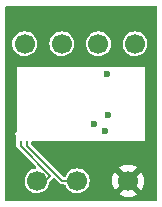
<source format=gtl>
G04 #@! TF.GenerationSoftware,KiCad,Pcbnew,(6.0.1)*
G04 #@! TF.CreationDate,2022-05-17T23:19:47+03:00*
G04 #@! TF.ProjectId,hellen1test,68656c6c-656e-4317-9465-73742e6b6963,b*
G04 #@! TF.SameCoordinates,PX141f5e0PYa2cace0*
G04 #@! TF.FileFunction,Copper,L1,Top*
G04 #@! TF.FilePolarity,Positive*
%FSLAX46Y46*%
G04 Gerber Fmt 4.6, Leading zero omitted, Abs format (unit mm)*
G04 Created by KiCad (PCBNEW (6.0.1)) date 2022-05-17 23:19:47*
%MOMM*%
%LPD*%
G01*
G04 APERTURE LIST*
G04 #@! TA.AperFunction,ComponentPad*
%ADD10C,1.700000*%
G04 #@! TD*
G04 #@! TA.AperFunction,SMDPad,CuDef*
%ADD11O,0.200000X5.669999*%
G04 #@! TD*
G04 #@! TA.AperFunction,SMDPad,CuDef*
%ADD12O,9.800001X0.399999*%
G04 #@! TD*
G04 #@! TA.AperFunction,SMDPad,CuDef*
%ADD13O,11.100001X0.200000*%
G04 #@! TD*
G04 #@! TA.AperFunction,SMDPad,CuDef*
%ADD14O,0.499999X0.250000*%
G04 #@! TD*
G04 #@! TA.AperFunction,SMDPad,CuDef*
%ADD15O,0.200000X6.799999*%
G04 #@! TD*
G04 #@! TA.AperFunction,SMDPad,CuDef*
%ADD16O,0.250000X0.499999*%
G04 #@! TD*
G04 #@! TA.AperFunction,ComponentPad*
%ADD17C,0.599999*%
G04 #@! TD*
G04 #@! TA.AperFunction,ViaPad*
%ADD18C,0.600000*%
G04 #@! TD*
G04 #@! TA.AperFunction,Conductor*
%ADD19C,0.203200*%
G04 #@! TD*
G04 APERTURE END LIST*
D10*
G04 #@! TO.P,P7,1,Pin_1*
G04 #@! TO.N,/CAN+*
X6200000Y1800000D03*
G04 #@! TD*
G04 #@! TO.P,P2,1,Pin_1*
G04 #@! TO.N,+3V3*
X1760000Y13400000D03*
G04 #@! TD*
G04 #@! TO.P,P1,1,Pin_1*
G04 #@! TO.N,+5V*
X11100000Y13400000D03*
G04 #@! TD*
D11*
G04 #@! TO.P,M1,E1,GND*
G04 #@! TO.N,GND*
X1037499Y8819163D03*
D12*
X7212501Y4956666D03*
D13*
X6512500Y11556663D03*
D14*
X11837495Y4956666D03*
D15*
X12012499Y8219164D03*
D16*
G04 #@! TO.P,M1,S1,CANL*
G04 #@! TO.N,/CAN-*
X1487501Y5006664D03*
G04 #@! TO.P,M1,S2,CANH*
G04 #@! TO.N,/CAN+*
X1987502Y5006664D03*
D17*
G04 #@! TO.P,M1,V1,V5*
G04 #@! TO.N,+5V*
X8537499Y6056662D03*
G04 #@! TO.P,M1,V2,CAN_VIO*
G04 #@! TO.N,+3V3*
X7662497Y6581662D03*
G04 #@! TO.P,M1,V5,CAN_TX*
G04 #@! TO.N,/CAN_TX*
X8837501Y7331660D03*
G04 #@! TO.P,M1,V6,CAN_RX*
G04 #@! TO.N,/CAN_RX*
X8762498Y10881661D03*
G04 #@! TD*
D10*
G04 #@! TO.P,P6,1,Pin_1*
G04 #@! TO.N,/CAN-*
X2800000Y1800000D03*
G04 #@! TD*
G04 #@! TO.P,P3,1,Pin_1*
G04 #@! TO.N,/CAN_RX*
X4900000Y13400000D03*
G04 #@! TD*
G04 #@! TO.P,P5,1,Pin_1*
G04 #@! TO.N,GND*
X10500000Y1800000D03*
G04 #@! TD*
G04 #@! TO.P,P4,1,Pin_1*
G04 #@! TO.N,/CAN_TX*
X8000000Y13400000D03*
G04 #@! TD*
D18*
G04 #@! TO.N,GND*
X800000Y4300000D03*
X3700000Y4300000D03*
X500000Y600000D03*
X12500000Y16200000D03*
X500000Y16300000D03*
X12200000Y700000D03*
G04 #@! TD*
D19*
G04 #@! TO.N,/CAN+*
X1987502Y5006664D02*
X1987502Y4772975D01*
X1987502Y4772975D02*
X4960477Y1800000D01*
X4960477Y1800000D02*
X6200000Y1800000D01*
G04 #@! TO.N,/CAN-*
X3500000Y1800000D02*
X2800000Y1800000D01*
X3945472Y2245472D02*
X3500000Y1800000D01*
X1487501Y4703444D02*
X3945472Y2245472D01*
X1487501Y5006664D02*
X1487501Y4703444D01*
G04 #@! TD*
G04 #@! TA.AperFunction,Conductor*
G04 #@! TO.N,GND*
G36*
X12942121Y16579998D02*
G01*
X12988614Y16526342D01*
X13000000Y16474000D01*
X13000000Y226000D01*
X12979998Y157879D01*
X12926342Y111386D01*
X12874000Y100000D01*
X226000Y100000D01*
X157879Y120002D01*
X111386Y173658D01*
X100000Y226000D01*
X100000Y675147D01*
X9739977Y675147D01*
X9745258Y668093D01*
X9906756Y573721D01*
X9916042Y569271D01*
X10115001Y493297D01*
X10124899Y490421D01*
X10333595Y447962D01*
X10343823Y446743D01*
X10556650Y438938D01*
X10566936Y439405D01*
X10778185Y466466D01*
X10788262Y468608D01*
X10992255Y529809D01*
X11001842Y533567D01*
X11193098Y627262D01*
X11201944Y632535D01*
X11249247Y666277D01*
X11257648Y676977D01*
X11250660Y690130D01*
X10512812Y1427978D01*
X10498868Y1435592D01*
X10497035Y1435461D01*
X10490420Y1431210D01*
X9746737Y687527D01*
X9739977Y675147D01*
X100000Y675147D01*
X100000Y5802677D01*
X861967Y5802677D01*
X1027856Y5636788D01*
X1061882Y5574476D01*
X1064761Y5547693D01*
X1064761Y4637365D01*
X1102960Y4637365D01*
X1171081Y4617363D01*
X1210223Y4577475D01*
X1213807Y4571660D01*
X1222309Y4555294D01*
X1232112Y4532476D01*
X1236144Y4527567D01*
X1238339Y4525372D01*
X1238342Y4525368D01*
X1240387Y4523113D01*
X1240234Y4522974D01*
X1247595Y4513663D01*
X1253723Y4506905D01*
X1259827Y4497002D01*
X1269085Y4489962D01*
X1281766Y4480319D01*
X1294593Y4469118D01*
X2709548Y3054162D01*
X2743574Y2991850D01*
X2738509Y2921034D01*
X2695962Y2864199D01*
X2631872Y2839586D01*
X2608341Y2837445D01*
X2608337Y2837444D01*
X2602203Y2836886D01*
X2404572Y2778720D01*
X2222002Y2683274D01*
X2217201Y2679414D01*
X2217198Y2679412D01*
X2206971Y2671189D01*
X2061447Y2554185D01*
X1929024Y2396370D01*
X1926056Y2390972D01*
X1926053Y2390967D01*
X1919315Y2378710D01*
X1829776Y2215838D01*
X1767484Y2019468D01*
X1766798Y2013351D01*
X1766797Y2013347D01*
X1764690Y1994562D01*
X1744520Y1814738D01*
X1747937Y1774051D01*
X1760568Y1623635D01*
X1761759Y1609447D01*
X1763458Y1603522D01*
X1816575Y1418282D01*
X1818544Y1411414D01*
X1821359Y1405937D01*
X1821360Y1405934D01*
X1909897Y1233659D01*
X1912712Y1228182D01*
X2040677Y1066730D01*
X2197564Y933209D01*
X2377398Y832703D01*
X2472238Y801887D01*
X2567471Y770944D01*
X2567475Y770943D01*
X2573329Y769041D01*
X2777894Y744649D01*
X2784029Y745121D01*
X2784031Y745121D01*
X2840039Y749431D01*
X2983300Y760454D01*
X2989230Y762110D01*
X2989232Y762110D01*
X3175797Y814200D01*
X3175796Y814200D01*
X3181725Y815855D01*
X3187214Y818628D01*
X3187220Y818630D01*
X3360116Y905967D01*
X3365610Y908742D01*
X3527951Y1035576D01*
X3532737Y1041120D01*
X3658540Y1186866D01*
X3658540Y1186867D01*
X3662564Y1191528D01*
X3683387Y1228182D01*
X3701056Y1259286D01*
X3764323Y1370656D01*
X3829351Y1566137D01*
X3843607Y1678984D01*
X3871987Y1744056D01*
X3879517Y1752283D01*
X4121796Y1994562D01*
X4130490Y2002446D01*
X4140546Y2007986D01*
X4148034Y2016894D01*
X4152156Y2020280D01*
X4217491Y2048064D01*
X4287474Y2036115D01*
X4321230Y2012013D01*
X4709608Y1623635D01*
X4711398Y1621561D01*
X4713745Y1616760D01*
X4722274Y1608848D01*
X4722275Y1608847D01*
X4749852Y1583266D01*
X4753257Y1579986D01*
X4766728Y1566515D01*
X4770711Y1563783D01*
X4773401Y1561421D01*
X4787725Y1548133D01*
X4787728Y1548131D01*
X4796253Y1540223D01*
X4807055Y1535913D01*
X4810900Y1533483D01*
X4822212Y1527443D01*
X4826371Y1525600D01*
X4835964Y1519019D01*
X4847283Y1516333D01*
X4860123Y1513286D01*
X4877717Y1507721D01*
X4892518Y1501816D01*
X4892525Y1501814D01*
X4900782Y1498520D01*
X4907105Y1497900D01*
X4910210Y1497900D01*
X4910226Y1497898D01*
X4913256Y1497750D01*
X4913246Y1497545D01*
X4925036Y1496165D01*
X4934143Y1495720D01*
X4945464Y1493033D01*
X4956993Y1494602D01*
X4956994Y1494602D01*
X4972769Y1496749D01*
X4989760Y1497900D01*
X5099319Y1497900D01*
X5167440Y1477898D01*
X5216472Y1418282D01*
X5216844Y1417342D01*
X5218544Y1411414D01*
X5236483Y1376509D01*
X5279024Y1293733D01*
X5312712Y1228182D01*
X5440677Y1066730D01*
X5597564Y933209D01*
X5777398Y832703D01*
X5872238Y801887D01*
X5967471Y770944D01*
X5967475Y770943D01*
X5973329Y769041D01*
X6177894Y744649D01*
X6184029Y745121D01*
X6184031Y745121D01*
X6240039Y749431D01*
X6383300Y760454D01*
X6389230Y762110D01*
X6389232Y762110D01*
X6575797Y814200D01*
X6575796Y814200D01*
X6581725Y815855D01*
X6587214Y818628D01*
X6587220Y818630D01*
X6760116Y905967D01*
X6765610Y908742D01*
X6927951Y1035576D01*
X6932737Y1041120D01*
X7058540Y1186866D01*
X7058540Y1186867D01*
X7062564Y1191528D01*
X7083387Y1228182D01*
X7101056Y1259286D01*
X7164323Y1370656D01*
X7229351Y1566137D01*
X7255171Y1770526D01*
X7255583Y1800000D01*
X7252824Y1828137D01*
X9138050Y1828137D01*
X9150309Y1615523D01*
X9151745Y1605303D01*
X9198565Y1397554D01*
X9201645Y1387725D01*
X9281770Y1190397D01*
X9286413Y1181206D01*
X9366460Y1050580D01*
X9376916Y1041120D01*
X9385694Y1044904D01*
X10127978Y1787188D01*
X10134356Y1798868D01*
X10864408Y1798868D01*
X10864539Y1797035D01*
X10868790Y1790420D01*
X11610474Y1048736D01*
X11622484Y1042177D01*
X11634223Y1051145D01*
X11665004Y1093981D01*
X11670315Y1102820D01*
X11764670Y1293733D01*
X11768469Y1303328D01*
X11830376Y1507085D01*
X11832555Y1517166D01*
X11860590Y1730113D01*
X11861109Y1736788D01*
X11862572Y1796636D01*
X11862378Y1803354D01*
X11844781Y2017396D01*
X11843096Y2027576D01*
X11791214Y2234125D01*
X11787894Y2243876D01*
X11702972Y2439186D01*
X11698105Y2448261D01*
X11633063Y2548803D01*
X11622377Y2558005D01*
X11612812Y2553602D01*
X10872022Y1812812D01*
X10864408Y1798868D01*
X10134356Y1798868D01*
X10135592Y1801132D01*
X10135461Y1802965D01*
X10131210Y1809580D01*
X9389849Y2550941D01*
X9378313Y2557241D01*
X9366031Y2547618D01*
X9318089Y2477338D01*
X9313004Y2468387D01*
X9223338Y2275217D01*
X9219775Y2265530D01*
X9162864Y2060319D01*
X9160933Y2050200D01*
X9138302Y1838426D01*
X9138050Y1828137D01*
X7252824Y1828137D01*
X7235480Y2005030D01*
X7175935Y2202251D01*
X7079218Y2384151D01*
X7003216Y2477338D01*
X6952906Y2539025D01*
X6952903Y2539028D01*
X6949011Y2543800D01*
X6944262Y2547729D01*
X6795025Y2671189D01*
X6795021Y2671191D01*
X6790275Y2675118D01*
X6609055Y2773103D01*
X6412254Y2834023D01*
X6406129Y2834667D01*
X6406128Y2834667D01*
X6213498Y2854913D01*
X6213496Y2854913D01*
X6207369Y2855557D01*
X6120529Y2847654D01*
X6008342Y2837445D01*
X6008339Y2837444D01*
X6002203Y2836886D01*
X5804572Y2778720D01*
X5622002Y2683274D01*
X5617201Y2679414D01*
X5617198Y2679412D01*
X5606971Y2671189D01*
X5461447Y2554185D01*
X5329024Y2396370D01*
X5326056Y2390972D01*
X5326053Y2390967D01*
X5319315Y2378710D01*
X5229776Y2215838D01*
X5227914Y2209969D01*
X5226172Y2205904D01*
X5180953Y2151171D01*
X5113320Y2129575D01*
X5044749Y2147971D01*
X5021266Y2166445D01*
X4264138Y2923573D01*
X9741223Y2923573D01*
X9747968Y2911242D01*
X10487188Y2172022D01*
X10501132Y2164408D01*
X10502965Y2164539D01*
X10509580Y2168790D01*
X11253389Y2912599D01*
X11260410Y2925456D01*
X11253611Y2934787D01*
X11249554Y2937482D01*
X11063117Y3040401D01*
X11053705Y3044631D01*
X10852959Y3115720D01*
X10842989Y3118354D01*
X10633327Y3155699D01*
X10623073Y3156669D01*
X10410116Y3159272D01*
X10399832Y3158552D01*
X10189321Y3126339D01*
X10179293Y3123950D01*
X9976868Y3057788D01*
X9967359Y3053791D01*
X9778466Y2955460D01*
X9769734Y2949961D01*
X9749677Y2934901D01*
X9741223Y2923573D01*
X4264138Y2923573D01*
X2349907Y4837804D01*
X2315881Y4900116D01*
X2313002Y4926899D01*
X2313002Y4942181D01*
X2333004Y5010302D01*
X2349907Y5031276D01*
X2410998Y5092367D01*
X2473310Y5126393D01*
X2500093Y5129272D01*
X11949941Y5129272D01*
X11949941Y11491789D01*
X1124989Y11491789D01*
X1124989Y6117889D01*
X1104987Y6049768D01*
X1088084Y6028794D01*
X861967Y5802677D01*
X100000Y5802677D01*
X100000Y13414738D01*
X704520Y13414738D01*
X721759Y13209447D01*
X778544Y13011414D01*
X781359Y13005937D01*
X781360Y13005934D01*
X802247Y12965293D01*
X872712Y12828182D01*
X1000677Y12666730D01*
X1157564Y12533209D01*
X1337398Y12432703D01*
X1432238Y12401887D01*
X1527471Y12370944D01*
X1527475Y12370943D01*
X1533329Y12369041D01*
X1737894Y12344649D01*
X1744029Y12345121D01*
X1744031Y12345121D01*
X1800039Y12349431D01*
X1943300Y12360454D01*
X1949230Y12362110D01*
X1949232Y12362110D01*
X2135797Y12414200D01*
X2135796Y12414200D01*
X2141725Y12415855D01*
X2147214Y12418628D01*
X2147220Y12418630D01*
X2320116Y12505967D01*
X2325610Y12508742D01*
X2487951Y12635576D01*
X2622564Y12791528D01*
X2643387Y12828182D01*
X2721276Y12965293D01*
X2724323Y12970656D01*
X2789351Y13166137D01*
X2815171Y13370526D01*
X2815583Y13400000D01*
X2814138Y13414738D01*
X3844520Y13414738D01*
X3861759Y13209447D01*
X3918544Y13011414D01*
X3921359Y13005937D01*
X3921360Y13005934D01*
X3942247Y12965293D01*
X4012712Y12828182D01*
X4140677Y12666730D01*
X4297564Y12533209D01*
X4477398Y12432703D01*
X4572238Y12401887D01*
X4667471Y12370944D01*
X4667475Y12370943D01*
X4673329Y12369041D01*
X4877894Y12344649D01*
X4884029Y12345121D01*
X4884031Y12345121D01*
X4940039Y12349431D01*
X5083300Y12360454D01*
X5089230Y12362110D01*
X5089232Y12362110D01*
X5275797Y12414200D01*
X5275796Y12414200D01*
X5281725Y12415855D01*
X5287214Y12418628D01*
X5287220Y12418630D01*
X5460116Y12505967D01*
X5465610Y12508742D01*
X5627951Y12635576D01*
X5762564Y12791528D01*
X5783387Y12828182D01*
X5861276Y12965293D01*
X5864323Y12970656D01*
X5929351Y13166137D01*
X5955171Y13370526D01*
X5955583Y13400000D01*
X5954138Y13414738D01*
X6944520Y13414738D01*
X6961759Y13209447D01*
X7018544Y13011414D01*
X7021359Y13005937D01*
X7021360Y13005934D01*
X7042247Y12965293D01*
X7112712Y12828182D01*
X7240677Y12666730D01*
X7397564Y12533209D01*
X7577398Y12432703D01*
X7672238Y12401887D01*
X7767471Y12370944D01*
X7767475Y12370943D01*
X7773329Y12369041D01*
X7977894Y12344649D01*
X7984029Y12345121D01*
X7984031Y12345121D01*
X8040039Y12349431D01*
X8183300Y12360454D01*
X8189230Y12362110D01*
X8189232Y12362110D01*
X8375797Y12414200D01*
X8375796Y12414200D01*
X8381725Y12415855D01*
X8387214Y12418628D01*
X8387220Y12418630D01*
X8560116Y12505967D01*
X8565610Y12508742D01*
X8727951Y12635576D01*
X8862564Y12791528D01*
X8883387Y12828182D01*
X8961276Y12965293D01*
X8964323Y12970656D01*
X9029351Y13166137D01*
X9055171Y13370526D01*
X9055583Y13400000D01*
X9054138Y13414738D01*
X10044520Y13414738D01*
X10061759Y13209447D01*
X10118544Y13011414D01*
X10121359Y13005937D01*
X10121360Y13005934D01*
X10142247Y12965293D01*
X10212712Y12828182D01*
X10340677Y12666730D01*
X10497564Y12533209D01*
X10677398Y12432703D01*
X10772238Y12401887D01*
X10867471Y12370944D01*
X10867475Y12370943D01*
X10873329Y12369041D01*
X11077894Y12344649D01*
X11084029Y12345121D01*
X11084031Y12345121D01*
X11140039Y12349431D01*
X11283300Y12360454D01*
X11289230Y12362110D01*
X11289232Y12362110D01*
X11475797Y12414200D01*
X11475796Y12414200D01*
X11481725Y12415855D01*
X11487214Y12418628D01*
X11487220Y12418630D01*
X11660116Y12505967D01*
X11665610Y12508742D01*
X11827951Y12635576D01*
X11962564Y12791528D01*
X11983387Y12828182D01*
X12061276Y12965293D01*
X12064323Y12970656D01*
X12129351Y13166137D01*
X12155171Y13370526D01*
X12155583Y13400000D01*
X12135480Y13605030D01*
X12075935Y13802251D01*
X11979218Y13984151D01*
X11905859Y14074098D01*
X11852906Y14139025D01*
X11852903Y14139028D01*
X11849011Y14143800D01*
X11831786Y14158050D01*
X11695025Y14271189D01*
X11695021Y14271191D01*
X11690275Y14275118D01*
X11509055Y14373103D01*
X11312254Y14434023D01*
X11306129Y14434667D01*
X11306128Y14434667D01*
X11113498Y14454913D01*
X11113496Y14454913D01*
X11107369Y14455557D01*
X11020529Y14447654D01*
X10908342Y14437445D01*
X10908339Y14437444D01*
X10902203Y14436886D01*
X10704572Y14378720D01*
X10522002Y14283274D01*
X10517201Y14279414D01*
X10517198Y14279412D01*
X10506971Y14271189D01*
X10361447Y14154185D01*
X10229024Y13996370D01*
X10226056Y13990972D01*
X10226053Y13990967D01*
X10219315Y13978710D01*
X10129776Y13815838D01*
X10067484Y13619468D01*
X10066798Y13613351D01*
X10066797Y13613347D01*
X10045207Y13420863D01*
X10044520Y13414738D01*
X9054138Y13414738D01*
X9035480Y13605030D01*
X8975935Y13802251D01*
X8879218Y13984151D01*
X8805859Y14074098D01*
X8752906Y14139025D01*
X8752903Y14139028D01*
X8749011Y14143800D01*
X8731786Y14158050D01*
X8595025Y14271189D01*
X8595021Y14271191D01*
X8590275Y14275118D01*
X8409055Y14373103D01*
X8212254Y14434023D01*
X8206129Y14434667D01*
X8206128Y14434667D01*
X8013498Y14454913D01*
X8013496Y14454913D01*
X8007369Y14455557D01*
X7920529Y14447654D01*
X7808342Y14437445D01*
X7808339Y14437444D01*
X7802203Y14436886D01*
X7604572Y14378720D01*
X7422002Y14283274D01*
X7417201Y14279414D01*
X7417198Y14279412D01*
X7406971Y14271189D01*
X7261447Y14154185D01*
X7129024Y13996370D01*
X7126056Y13990972D01*
X7126053Y13990967D01*
X7119315Y13978710D01*
X7029776Y13815838D01*
X6967484Y13619468D01*
X6966798Y13613351D01*
X6966797Y13613347D01*
X6945207Y13420863D01*
X6944520Y13414738D01*
X5954138Y13414738D01*
X5935480Y13605030D01*
X5875935Y13802251D01*
X5779218Y13984151D01*
X5705859Y14074098D01*
X5652906Y14139025D01*
X5652903Y14139028D01*
X5649011Y14143800D01*
X5631786Y14158050D01*
X5495025Y14271189D01*
X5495021Y14271191D01*
X5490275Y14275118D01*
X5309055Y14373103D01*
X5112254Y14434023D01*
X5106129Y14434667D01*
X5106128Y14434667D01*
X4913498Y14454913D01*
X4913496Y14454913D01*
X4907369Y14455557D01*
X4820529Y14447654D01*
X4708342Y14437445D01*
X4708339Y14437444D01*
X4702203Y14436886D01*
X4504572Y14378720D01*
X4322002Y14283274D01*
X4317201Y14279414D01*
X4317198Y14279412D01*
X4306971Y14271189D01*
X4161447Y14154185D01*
X4029024Y13996370D01*
X4026056Y13990972D01*
X4026053Y13990967D01*
X4019315Y13978710D01*
X3929776Y13815838D01*
X3867484Y13619468D01*
X3866798Y13613351D01*
X3866797Y13613347D01*
X3845207Y13420863D01*
X3844520Y13414738D01*
X2814138Y13414738D01*
X2795480Y13605030D01*
X2735935Y13802251D01*
X2639218Y13984151D01*
X2565859Y14074098D01*
X2512906Y14139025D01*
X2512903Y14139028D01*
X2509011Y14143800D01*
X2491786Y14158050D01*
X2355025Y14271189D01*
X2355021Y14271191D01*
X2350275Y14275118D01*
X2169055Y14373103D01*
X1972254Y14434023D01*
X1966129Y14434667D01*
X1966128Y14434667D01*
X1773498Y14454913D01*
X1773496Y14454913D01*
X1767369Y14455557D01*
X1680529Y14447654D01*
X1568342Y14437445D01*
X1568339Y14437444D01*
X1562203Y14436886D01*
X1364572Y14378720D01*
X1182002Y14283274D01*
X1177201Y14279414D01*
X1177198Y14279412D01*
X1166971Y14271189D01*
X1021447Y14154185D01*
X889024Y13996370D01*
X886056Y13990972D01*
X886053Y13990967D01*
X879315Y13978710D01*
X789776Y13815838D01*
X727484Y13619468D01*
X726798Y13613351D01*
X726797Y13613347D01*
X705207Y13420863D01*
X704520Y13414738D01*
X100000Y13414738D01*
X100000Y16474000D01*
X120002Y16542121D01*
X173658Y16588614D01*
X226000Y16600000D01*
X12874000Y16600000D01*
X12942121Y16579998D01*
G37*
G04 #@! TD.AperFunction*
G04 #@! TD*
M02*

</source>
